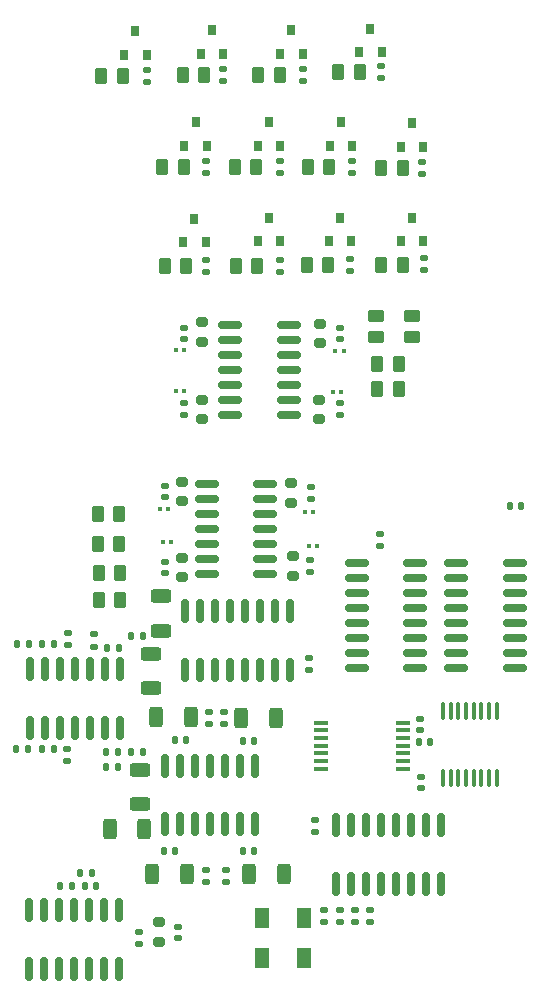
<source format=gtp>
%TF.GenerationSoftware,KiCad,Pcbnew,6.0.2+dfsg-1~bpo11+1*%
%TF.CreationDate,2022-05-04T11:35:56-04:00*%
%TF.ProjectId,eurorack_to_3v3,6575726f-7261-4636-9b5f-746f5f337633,1*%
%TF.SameCoordinates,Original*%
%TF.FileFunction,Paste,Top*%
%TF.FilePolarity,Positive*%
%FSLAX46Y46*%
G04 Gerber Fmt 4.6, Leading zero omitted, Abs format (unit mm)*
G04 Created by KiCad (PCBNEW 6.0.2+dfsg-1~bpo11+1) date 2022-05-04 11:35:56*
%MOMM*%
%LPD*%
G01*
G04 APERTURE LIST*
G04 Aperture macros list*
%AMRoundRect*
0 Rectangle with rounded corners*
0 $1 Rounding radius*
0 $2 $3 $4 $5 $6 $7 $8 $9 X,Y pos of 4 corners*
0 Add a 4 corners polygon primitive as box body*
4,1,4,$2,$3,$4,$5,$6,$7,$8,$9,$2,$3,0*
0 Add four circle primitives for the rounded corners*
1,1,$1+$1,$2,$3*
1,1,$1+$1,$4,$5*
1,1,$1+$1,$6,$7*
1,1,$1+$1,$8,$9*
0 Add four rect primitives between the rounded corners*
20,1,$1+$1,$2,$3,$4,$5,0*
20,1,$1+$1,$4,$5,$6,$7,0*
20,1,$1+$1,$6,$7,$8,$9,0*
20,1,$1+$1,$8,$9,$2,$3,0*%
G04 Aperture macros list end*
%ADD10RoundRect,0.150000X0.825000X0.150000X-0.825000X0.150000X-0.825000X-0.150000X0.825000X-0.150000X0*%
%ADD11RoundRect,0.150000X-0.825000X-0.150000X0.825000X-0.150000X0.825000X0.150000X-0.825000X0.150000X0*%
%ADD12RoundRect,0.140000X-0.170000X0.140000X-0.170000X-0.140000X0.170000X-0.140000X0.170000X0.140000X0*%
%ADD13RoundRect,0.140000X-0.140000X-0.170000X0.140000X-0.170000X0.140000X0.170000X-0.140000X0.170000X0*%
%ADD14RoundRect,0.140000X0.140000X0.170000X-0.140000X0.170000X-0.140000X-0.170000X0.140000X-0.170000X0*%
%ADD15RoundRect,0.140000X0.170000X-0.140000X0.170000X0.140000X-0.170000X0.140000X-0.170000X-0.140000X0*%
%ADD16R,1.300000X1.700000*%
%ADD17RoundRect,0.135000X-0.185000X0.135000X-0.185000X-0.135000X0.185000X-0.135000X0.185000X0.135000X0*%
%ADD18RoundRect,0.135000X0.185000X-0.135000X0.185000X0.135000X-0.185000X0.135000X-0.185000X-0.135000X0*%
%ADD19RoundRect,0.250000X-0.312500X-0.625000X0.312500X-0.625000X0.312500X0.625000X-0.312500X0.625000X0*%
%ADD20RoundRect,0.250000X-0.625000X0.312500X-0.625000X-0.312500X0.625000X-0.312500X0.625000X0.312500X0*%
%ADD21RoundRect,0.135000X-0.135000X-0.185000X0.135000X-0.185000X0.135000X0.185000X-0.135000X0.185000X0*%
%ADD22RoundRect,0.135000X0.135000X0.185000X-0.135000X0.185000X-0.135000X-0.185000X0.135000X-0.185000X0*%
%ADD23RoundRect,0.200000X-0.275000X0.200000X-0.275000X-0.200000X0.275000X-0.200000X0.275000X0.200000X0*%
%ADD24RoundRect,0.250000X0.312500X0.625000X-0.312500X0.625000X-0.312500X-0.625000X0.312500X-0.625000X0*%
%ADD25RoundRect,0.079500X0.079500X0.100500X-0.079500X0.100500X-0.079500X-0.100500X0.079500X-0.100500X0*%
%ADD26RoundRect,0.250000X0.262500X0.450000X-0.262500X0.450000X-0.262500X-0.450000X0.262500X-0.450000X0*%
%ADD27RoundRect,0.079500X-0.079500X-0.100500X0.079500X-0.100500X0.079500X0.100500X-0.079500X0.100500X0*%
%ADD28RoundRect,0.250000X-0.450000X0.262500X-0.450000X-0.262500X0.450000X-0.262500X0.450000X0.262500X0*%
%ADD29RoundRect,0.200000X0.275000X-0.200000X0.275000X0.200000X-0.275000X0.200000X-0.275000X-0.200000X0*%
%ADD30RoundRect,0.250000X-0.262500X-0.450000X0.262500X-0.450000X0.262500X0.450000X-0.262500X0.450000X0*%
%ADD31RoundRect,0.150000X0.150000X-0.825000X0.150000X0.825000X-0.150000X0.825000X-0.150000X-0.825000X0*%
%ADD32RoundRect,0.150000X-0.150000X0.825000X-0.150000X-0.825000X0.150000X-0.825000X0.150000X0.825000X0*%
%ADD33R,0.800000X0.900000*%
%ADD34RoundRect,0.100000X0.100000X-0.637500X0.100000X0.637500X-0.100000X0.637500X-0.100000X-0.637500X0*%
%ADD35R,1.200000X0.400000*%
G04 APERTURE END LIST*
D10*
%TO.C,U9*%
X129825000Y-89410000D03*
X129825000Y-88140000D03*
X129825000Y-86870000D03*
X129825000Y-85600000D03*
X129825000Y-84330000D03*
X129825000Y-83060000D03*
X129825000Y-81790000D03*
X134775000Y-81790000D03*
X134775000Y-83060000D03*
X134775000Y-84330000D03*
X134775000Y-85600000D03*
X134775000Y-86870000D03*
X134775000Y-88140000D03*
X134775000Y-89410000D03*
%TD*%
%TO.C,U8*%
X136775000Y-75910000D03*
X136775000Y-74640000D03*
X136775000Y-73370000D03*
X136775000Y-72100000D03*
X136775000Y-70830000D03*
X136775000Y-69560000D03*
X136775000Y-68290000D03*
X131825000Y-68290000D03*
X131825000Y-69560000D03*
X131825000Y-70830000D03*
X131825000Y-72100000D03*
X131825000Y-73370000D03*
X131825000Y-74640000D03*
X131825000Y-75910000D03*
%TD*%
D11*
%TO.C,U4*%
X150975000Y-88455000D03*
X150975000Y-89725000D03*
X150975000Y-90995000D03*
X150975000Y-92265000D03*
X150975000Y-93535000D03*
X150975000Y-94805000D03*
X150975000Y-96075000D03*
X150975000Y-97345000D03*
X155925000Y-97345000D03*
X155925000Y-96075000D03*
X155925000Y-94805000D03*
X155925000Y-93535000D03*
X155925000Y-92265000D03*
X155925000Y-90995000D03*
X155925000Y-89725000D03*
X155925000Y-88455000D03*
%TD*%
%TO.C,U2*%
X142525000Y-88455000D03*
X142525000Y-89725000D03*
X142525000Y-90995000D03*
X142525000Y-92265000D03*
X142525000Y-93535000D03*
X142525000Y-94805000D03*
X142525000Y-96075000D03*
X142525000Y-97345000D03*
X147475000Y-97345000D03*
X147475000Y-96075000D03*
X147475000Y-94805000D03*
X147475000Y-93535000D03*
X147475000Y-92265000D03*
X147475000Y-90995000D03*
X147475000Y-89725000D03*
X147475000Y-88455000D03*
%TD*%
D12*
%TO.C,C17*%
X127400000Y-119220000D03*
X127400000Y-120180000D03*
%TD*%
D13*
%TO.C,C18*%
X126220000Y-112800000D03*
X127180000Y-112800000D03*
%TD*%
D14*
%TO.C,C19*%
X133880000Y-103500000D03*
X132920000Y-103500000D03*
%TD*%
%TO.C,C20*%
X133880000Y-112800000D03*
X132920000Y-112800000D03*
%TD*%
D13*
%TO.C,C21*%
X127120000Y-103400000D03*
X128080000Y-103400000D03*
%TD*%
D15*
%TO.C,C13*%
X138600000Y-89180000D03*
X138600000Y-88220000D03*
%TD*%
D12*
%TO.C,C14*%
X126300000Y-81920000D03*
X126300000Y-82880000D03*
%TD*%
%TO.C,C15*%
X138700000Y-82020000D03*
X138700000Y-82980000D03*
%TD*%
D15*
%TO.C,C16*%
X126300000Y-89280000D03*
X126300000Y-88320000D03*
%TD*%
%TO.C,C9*%
X141100000Y-75880000D03*
X141100000Y-74920000D03*
%TD*%
D12*
%TO.C,C10*%
X127900000Y-68520000D03*
X127900000Y-69480000D03*
%TD*%
%TO.C,C11*%
X141100000Y-68520000D03*
X141100000Y-69480000D03*
%TD*%
D15*
%TO.C,C12*%
X127900000Y-75880000D03*
X127900000Y-74920000D03*
%TD*%
D13*
%TO.C,C1*%
X119520000Y-115800000D03*
X120480000Y-115800000D03*
%TD*%
D15*
%TO.C,C2*%
X144500000Y-86980000D03*
X144500000Y-86020000D03*
%TD*%
%TO.C,C3*%
X138500000Y-97480000D03*
X138500000Y-96520000D03*
%TD*%
D14*
%TO.C,C4*%
X156480000Y-83600000D03*
X155520000Y-83600000D03*
%TD*%
D12*
%TO.C,C5*%
X139000000Y-110220000D03*
X139000000Y-111180000D03*
%TD*%
%TO.C,C6*%
X148000000Y-106520000D03*
X148000000Y-107480000D03*
%TD*%
%TO.C,C7*%
X147900000Y-101620000D03*
X147900000Y-102580000D03*
%TD*%
D13*
%TO.C,C8*%
X147820000Y-103600000D03*
X148780000Y-103600000D03*
%TD*%
D16*
%TO.C,D1*%
X138050000Y-121900000D03*
X134550000Y-121900000D03*
%TD*%
%TO.C,D2*%
X134550000Y-118500000D03*
X138050000Y-118500000D03*
%TD*%
D17*
%TO.C,R65*%
X118000000Y-104190000D03*
X118000000Y-105210000D03*
%TD*%
D18*
%TO.C,R66*%
X120300000Y-95510000D03*
X120300000Y-94490000D03*
%TD*%
D19*
%TO.C,R67*%
X121637500Y-111000000D03*
X124562500Y-111000000D03*
%TD*%
D20*
%TO.C,R68*%
X125100000Y-96137500D03*
X125100000Y-99062500D03*
%TD*%
D21*
%TO.C,R69*%
X115890000Y-104200000D03*
X116910000Y-104200000D03*
%TD*%
D22*
%TO.C,R70*%
X122410000Y-95600000D03*
X121390000Y-95600000D03*
%TD*%
D21*
%TO.C,R71*%
X113690000Y-104200000D03*
X114710000Y-104200000D03*
%TD*%
D22*
%TO.C,R72*%
X124410000Y-94600000D03*
X123390000Y-94600000D03*
%TD*%
D21*
%TO.C,R73*%
X121290000Y-105700000D03*
X122310000Y-105700000D03*
%TD*%
D18*
%TO.C,R74*%
X118100000Y-95410000D03*
X118100000Y-94390000D03*
%TD*%
D20*
%TO.C,R75*%
X124200000Y-105937500D03*
X124200000Y-108862500D03*
%TD*%
%TO.C,R76*%
X126000000Y-91237500D03*
X126000000Y-94162500D03*
%TD*%
D22*
%TO.C,R77*%
X122310000Y-104400000D03*
X121290000Y-104400000D03*
%TD*%
D21*
%TO.C,R78*%
X115880000Y-95300000D03*
X116900000Y-95300000D03*
%TD*%
D22*
%TO.C,R79*%
X124410000Y-104400000D03*
X123390000Y-104400000D03*
%TD*%
D21*
%TO.C,R80*%
X113790000Y-95300000D03*
X114810000Y-95300000D03*
%TD*%
D18*
%TO.C,R55*%
X124100000Y-120710000D03*
X124100000Y-119690000D03*
%TD*%
D23*
%TO.C,R56*%
X125800000Y-118875000D03*
X125800000Y-120525000D03*
%TD*%
D19*
%TO.C,R59*%
X125237500Y-114800000D03*
X128162500Y-114800000D03*
%TD*%
D18*
%TO.C,R58*%
X131300000Y-102110000D03*
X131300000Y-101090000D03*
%TD*%
D17*
%TO.C,R57*%
X129800000Y-114390000D03*
X129800000Y-115410000D03*
%TD*%
D24*
%TO.C,R60*%
X135662500Y-101600000D03*
X132737500Y-101600000D03*
%TD*%
D17*
%TO.C,R61*%
X131500000Y-114390000D03*
X131500000Y-115410000D03*
%TD*%
D18*
%TO.C,R62*%
X130000000Y-102110000D03*
X130000000Y-101090000D03*
%TD*%
D24*
%TO.C,R63*%
X136362500Y-114800000D03*
X133437500Y-114800000D03*
%TD*%
D19*
%TO.C,R64*%
X125537500Y-101500000D03*
X128462500Y-101500000D03*
%TD*%
D25*
%TO.C,R19*%
X139145000Y-87000000D03*
X138455000Y-87000000D03*
%TD*%
D26*
%TO.C,R20*%
X146112500Y-73700000D03*
X144287500Y-73700000D03*
%TD*%
D27*
%TO.C,R21*%
X125855000Y-83900000D03*
X126545000Y-83900000D03*
%TD*%
D28*
%TO.C,R22*%
X147200000Y-67487500D03*
X147200000Y-69312500D03*
%TD*%
D29*
%TO.C,R23*%
X137100000Y-89525000D03*
X137100000Y-87875000D03*
%TD*%
D23*
%TO.C,R24*%
X127700000Y-81575000D03*
X127700000Y-83225000D03*
%TD*%
D25*
%TO.C,R25*%
X138845000Y-84100000D03*
X138155000Y-84100000D03*
%TD*%
D26*
%TO.C,R26*%
X146112500Y-71600000D03*
X144287500Y-71600000D03*
%TD*%
D27*
%TO.C,R27*%
X126825000Y-86700000D03*
X126135000Y-86700000D03*
%TD*%
D28*
%TO.C,R28*%
X144200000Y-67487500D03*
X144200000Y-69312500D03*
%TD*%
D23*
%TO.C,R29*%
X137000000Y-81675000D03*
X137000000Y-83325000D03*
%TD*%
D29*
%TO.C,R30*%
X127700000Y-89625000D03*
X127700000Y-87975000D03*
%TD*%
D30*
%TO.C,R31*%
X140987500Y-46900000D03*
X142812500Y-46900000D03*
%TD*%
%TO.C,R32*%
X127787500Y-47100000D03*
X129612500Y-47100000D03*
%TD*%
D17*
%TO.C,R33*%
X144600000Y-46390000D03*
X144600000Y-47410000D03*
%TD*%
%TO.C,R34*%
X131200000Y-46590000D03*
X131200000Y-47610000D03*
%TD*%
D30*
%TO.C,R35*%
X134187500Y-47100000D03*
X136012500Y-47100000D03*
%TD*%
%TO.C,R36*%
X120887500Y-47200000D03*
X122712500Y-47200000D03*
%TD*%
D17*
%TO.C,R37*%
X138000000Y-46590000D03*
X138000000Y-47610000D03*
%TD*%
%TO.C,R38*%
X124800000Y-46690000D03*
X124800000Y-47710000D03*
%TD*%
D25*
%TO.C,R7*%
X140555000Y-74000000D03*
X141245000Y-74000000D03*
%TD*%
D30*
%TO.C,R8*%
X120687500Y-91600000D03*
X122512500Y-91600000D03*
%TD*%
D27*
%TO.C,R9*%
X127255000Y-70400000D03*
X127945000Y-70400000D03*
%TD*%
D30*
%TO.C,R10*%
X120587500Y-86800000D03*
X122412500Y-86800000D03*
%TD*%
D29*
%TO.C,R11*%
X139300000Y-76250000D03*
X139300000Y-74600000D03*
%TD*%
D23*
%TO.C,R12*%
X129400000Y-68075000D03*
X129400000Y-69725000D03*
%TD*%
D25*
%TO.C,R13*%
X141425000Y-70500000D03*
X140735000Y-70500000D03*
%TD*%
D30*
%TO.C,R14*%
X120687500Y-89300000D03*
X122512500Y-89300000D03*
%TD*%
D27*
%TO.C,R15*%
X127255000Y-73900000D03*
X127945000Y-73900000D03*
%TD*%
D30*
%TO.C,R16*%
X120587500Y-84300000D03*
X122412500Y-84300000D03*
%TD*%
D23*
%TO.C,R17*%
X139400000Y-68175000D03*
X139400000Y-69825000D03*
%TD*%
D29*
%TO.C,R18*%
X129400000Y-76250000D03*
X129400000Y-74600000D03*
%TD*%
D30*
%TO.C,R39*%
X144587500Y-55000000D03*
X146412500Y-55000000D03*
%TD*%
%TO.C,R40*%
X132187500Y-54900000D03*
X134012500Y-54900000D03*
%TD*%
D17*
%TO.C,R41*%
X148100000Y-54490000D03*
X148100000Y-55510000D03*
%TD*%
%TO.C,R42*%
X136000000Y-54390000D03*
X136000000Y-55410000D03*
%TD*%
D30*
%TO.C,R43*%
X138387500Y-54900000D03*
X140212500Y-54900000D03*
%TD*%
%TO.C,R44*%
X126087500Y-54900000D03*
X127912500Y-54900000D03*
%TD*%
D17*
%TO.C,R45*%
X142100000Y-54390000D03*
X142100000Y-55410000D03*
%TD*%
%TO.C,R46*%
X129800000Y-54390000D03*
X129800000Y-55410000D03*
%TD*%
D22*
%TO.C,R1*%
X118410000Y-115800000D03*
X117390000Y-115800000D03*
%TD*%
D21*
%TO.C,R2*%
X119090000Y-114700000D03*
X120110000Y-114700000D03*
%TD*%
D30*
%TO.C,R47*%
X144587500Y-63200000D03*
X146412500Y-63200000D03*
%TD*%
%TO.C,R48*%
X132287500Y-63300000D03*
X134112500Y-63300000D03*
%TD*%
D17*
%TO.C,R49*%
X148200000Y-62590000D03*
X148200000Y-63610000D03*
%TD*%
%TO.C,R50*%
X136000000Y-62790000D03*
X136000000Y-63810000D03*
%TD*%
D30*
%TO.C,R51*%
X138287500Y-63200000D03*
X140112500Y-63200000D03*
%TD*%
%TO.C,R52*%
X126287500Y-63300000D03*
X128112500Y-63300000D03*
%TD*%
D17*
%TO.C,R53*%
X142000000Y-62700000D03*
X142000000Y-63720000D03*
%TD*%
%TO.C,R54*%
X129800000Y-62790000D03*
X129800000Y-63810000D03*
%TD*%
D18*
%TO.C,R3*%
X143700000Y-118810000D03*
X143700000Y-117790000D03*
%TD*%
%TO.C,R4*%
X139800000Y-118810000D03*
X139800000Y-117790000D03*
%TD*%
D17*
%TO.C,R5*%
X141100000Y-117790000D03*
X141100000Y-118810000D03*
%TD*%
D31*
%TO.C,U24*%
X114890000Y-102375000D03*
X116160000Y-102375000D03*
X117430000Y-102375000D03*
X118700000Y-102375000D03*
X119970000Y-102375000D03*
X121240000Y-102375000D03*
X122510000Y-102375000D03*
X122510000Y-97425000D03*
X121240000Y-97425000D03*
X119970000Y-97425000D03*
X118700000Y-97425000D03*
X117430000Y-97425000D03*
X116160000Y-97425000D03*
X114890000Y-97425000D03*
%TD*%
%TO.C,U23*%
X126290000Y-110575000D03*
X127560000Y-110575000D03*
X128830000Y-110575000D03*
X130100000Y-110575000D03*
X131370000Y-110575000D03*
X132640000Y-110575000D03*
X133910000Y-110575000D03*
X133910000Y-105625000D03*
X132640000Y-105625000D03*
X131370000Y-105625000D03*
X130100000Y-105625000D03*
X128830000Y-105625000D03*
X127560000Y-105625000D03*
X126290000Y-105625000D03*
%TD*%
D32*
%TO.C,U3*%
X122410000Y-122775000D03*
X121140000Y-122775000D03*
X119870000Y-122775000D03*
X118600000Y-122775000D03*
X117330000Y-122775000D03*
X116060000Y-122775000D03*
X114790000Y-122775000D03*
X114790000Y-117825000D03*
X116060000Y-117825000D03*
X117330000Y-117825000D03*
X118600000Y-117825000D03*
X119870000Y-117825000D03*
X121140000Y-117825000D03*
X122410000Y-117825000D03*
%TD*%
D33*
%TO.C,U10*%
X142750000Y-45200000D03*
X144650000Y-45200000D03*
X143700000Y-43200000D03*
%TD*%
%TO.C,U11*%
X129350000Y-45300000D03*
X131250000Y-45300000D03*
X130300000Y-43300000D03*
%TD*%
%TO.C,U12*%
X136050000Y-45300000D03*
X137950000Y-45300000D03*
X137000000Y-43300000D03*
%TD*%
%TO.C,U13*%
X122850000Y-45400000D03*
X124750000Y-45400000D03*
X123800000Y-43400000D03*
%TD*%
%TO.C,U14*%
X146250000Y-53200000D03*
X148150000Y-53200000D03*
X147200000Y-51200000D03*
%TD*%
%TO.C,U15*%
X134150000Y-53100000D03*
X136050000Y-53100000D03*
X135100000Y-51100000D03*
%TD*%
%TO.C,U17*%
X127950000Y-53100000D03*
X129850000Y-53100000D03*
X128900000Y-51100000D03*
%TD*%
D32*
%TO.C,U1*%
X136845000Y-92525000D03*
X135575000Y-92525000D03*
X134305000Y-92525000D03*
X133035000Y-92525000D03*
X131765000Y-92525000D03*
X130495000Y-92525000D03*
X129225000Y-92525000D03*
X127955000Y-92525000D03*
X127955000Y-97475000D03*
X129225000Y-97475000D03*
X130495000Y-97475000D03*
X131765000Y-97475000D03*
X133035000Y-97475000D03*
X134305000Y-97475000D03*
X135575000Y-97475000D03*
X136845000Y-97475000D03*
%TD*%
D34*
%TO.C,U5*%
X149825000Y-106662500D03*
X150475000Y-106662500D03*
X151125000Y-106662500D03*
X151775000Y-106662500D03*
X152425000Y-106662500D03*
X153075000Y-106662500D03*
X153725000Y-106662500D03*
X154375000Y-106662500D03*
X154375000Y-100937500D03*
X153725000Y-100937500D03*
X153075000Y-100937500D03*
X152425000Y-100937500D03*
X151775000Y-100937500D03*
X151125000Y-100937500D03*
X150475000Y-100937500D03*
X149825000Y-100937500D03*
%TD*%
D35*
%TO.C,U6*%
X146450000Y-101950000D03*
X146450000Y-102600000D03*
X146450000Y-103250000D03*
X146450000Y-103900000D03*
X146450000Y-104550000D03*
X146450000Y-105200000D03*
X146450000Y-105850000D03*
X139550000Y-105850000D03*
X139550000Y-105200000D03*
X139550000Y-104550000D03*
X139550000Y-103900000D03*
X139550000Y-103250000D03*
X139550000Y-102600000D03*
X139550000Y-101950000D03*
%TD*%
D31*
%TO.C,U7*%
X140755000Y-115575000D03*
X142025000Y-115575000D03*
X143295000Y-115575000D03*
X144565000Y-115575000D03*
X145835000Y-115575000D03*
X147105000Y-115575000D03*
X148375000Y-115575000D03*
X149645000Y-115575000D03*
X149645000Y-110625000D03*
X148375000Y-110625000D03*
X147105000Y-110625000D03*
X145835000Y-110625000D03*
X144565000Y-110625000D03*
X143295000Y-110625000D03*
X142025000Y-110625000D03*
X140755000Y-110625000D03*
%TD*%
D33*
%TO.C,U18*%
X146250000Y-61200000D03*
X148150000Y-61200000D03*
X147200000Y-59200000D03*
%TD*%
%TO.C,U19*%
X134150000Y-61200000D03*
X136050000Y-61200000D03*
X135100000Y-59200000D03*
%TD*%
%TO.C,U20*%
X140150000Y-61200000D03*
X142050000Y-61200000D03*
X141100000Y-59200000D03*
%TD*%
%TO.C,U21*%
X127850000Y-61300000D03*
X129750000Y-61300000D03*
X128800000Y-59300000D03*
%TD*%
%TO.C,U16*%
X140250000Y-53100000D03*
X142150000Y-53100000D03*
X141200000Y-51100000D03*
%TD*%
D18*
%TO.C,R6*%
X142400000Y-118810000D03*
X142400000Y-117790000D03*
%TD*%
M02*

</source>
